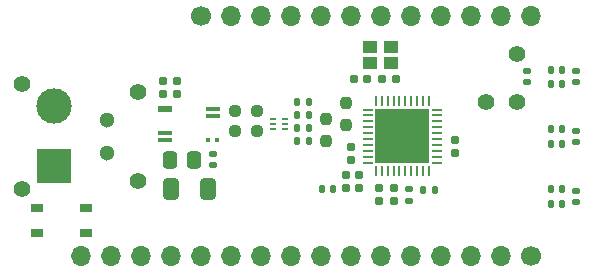
<source format=gbr>
%TF.GenerationSoftware,KiCad,Pcbnew,7.0.7*%
%TF.CreationDate,2023-08-17T11:34:17-04:00*%
%TF.ProjectId,adin1110-featherwing,6164696e-3131-4313-902d-666561746865,rev?*%
%TF.SameCoordinates,Original*%
%TF.FileFunction,Soldermask,Top*%
%TF.FilePolarity,Negative*%
%FSLAX46Y46*%
G04 Gerber Fmt 4.6, Leading zero omitted, Abs format (unit mm)*
G04 Created by KiCad (PCBNEW 7.0.7) date 2023-08-17 11:34:17*
%MOMM*%
%LPD*%
G01*
G04 APERTURE LIST*
G04 Aperture macros list*
%AMRoundRect*
0 Rectangle with rounded corners*
0 $1 Rounding radius*
0 $2 $3 $4 $5 $6 $7 $8 $9 X,Y pos of 4 corners*
0 Add a 4 corners polygon primitive as box body*
4,1,4,$2,$3,$4,$5,$6,$7,$8,$9,$2,$3,0*
0 Add four circle primitives for the rounded corners*
1,1,$1+$1,$2,$3*
1,1,$1+$1,$4,$5*
1,1,$1+$1,$6,$7*
1,1,$1+$1,$8,$9*
0 Add four rect primitives between the rounded corners*
20,1,$1+$1,$2,$3,$4,$5,0*
20,1,$1+$1,$4,$5,$6,$7,0*
20,1,$1+$1,$6,$7,$8,$9,0*
20,1,$1+$1,$8,$9,$2,$3,0*%
G04 Aperture macros list end*
%ADD10C,1.400000*%
%ADD11RoundRect,0.155000X-0.212500X-0.155000X0.212500X-0.155000X0.212500X0.155000X-0.212500X0.155000X0*%
%ADD12RoundRect,0.237500X0.250000X0.237500X-0.250000X0.237500X-0.250000X-0.237500X0.250000X-0.237500X0*%
%ADD13R,3.000000X3.000000*%
%ADD14C,3.000000*%
%ADD15RoundRect,0.147500X0.147500X0.172500X-0.147500X0.172500X-0.147500X-0.172500X0.147500X-0.172500X0*%
%ADD16RoundRect,0.250000X0.337500X0.475000X-0.337500X0.475000X-0.337500X-0.475000X0.337500X-0.475000X0*%
%ADD17R,1.050000X0.650000*%
%ADD18C,1.300000*%
%ADD19RoundRect,0.147500X0.172500X-0.147500X0.172500X0.147500X-0.172500X0.147500X-0.172500X-0.147500X0*%
%ADD20R,0.600000X0.200000*%
%ADD21RoundRect,0.147500X-0.147500X-0.172500X0.147500X-0.172500X0.147500X0.172500X-0.147500X0.172500X0*%
%ADD22RoundRect,0.147500X-0.172500X0.147500X-0.172500X-0.147500X0.172500X-0.147500X0.172500X0.147500X0*%
%ADD23RoundRect,0.237500X-0.237500X0.250000X-0.237500X-0.250000X0.237500X-0.250000X0.237500X0.250000X0*%
%ADD24R,1.150000X1.000000*%
%ADD25R,1.200000X0.410000*%
%ADD26R,0.420000X0.410000*%
%ADD27R,0.400000X0.410000*%
%ADD28R,1.200000X0.500000*%
%ADD29RoundRect,0.155000X0.155000X-0.212500X0.155000X0.212500X-0.155000X0.212500X-0.155000X-0.212500X0*%
%ADD30RoundRect,0.062500X-0.062500X0.350000X-0.062500X-0.350000X0.062500X-0.350000X0.062500X0.350000X0*%
%ADD31RoundRect,0.062500X-0.350000X0.062500X-0.350000X-0.062500X0.350000X-0.062500X0.350000X0.062500X0*%
%ADD32R,4.600000X4.600000*%
%ADD33RoundRect,0.155000X0.212500X0.155000X-0.212500X0.155000X-0.212500X-0.155000X0.212500X-0.155000X0*%
%ADD34RoundRect,0.250000X-0.412500X-0.650000X0.412500X-0.650000X0.412500X0.650000X-0.412500X0.650000X0*%
%ADD35C,1.700000*%
%ADD36O,1.700000X1.700000*%
G04 APERTURE END LIST*
D10*
%TO.C,TP4*%
X175310800Y-85750400D03*
%TD*%
%TO.C,TP2*%
X175310800Y-89814400D03*
%TD*%
%TO.C,TP3*%
X172720000Y-89814400D03*
%TD*%
D11*
%TO.C,C5*%
X161509900Y-87858600D03*
X162644900Y-87858600D03*
%TD*%
D12*
%TO.C,C9*%
X153287100Y-90551000D03*
X151462100Y-90551000D03*
%TD*%
D13*
%TO.C,J3*%
X136085000Y-95250000D03*
D14*
X136085000Y-90170000D03*
%TD*%
D15*
%TO.C,R17*%
X179148600Y-88239600D03*
X178178600Y-88239600D03*
%TD*%
D16*
%TO.C,C12*%
X147976500Y-94676600D03*
X145901500Y-94676600D03*
%TD*%
D17*
%TO.C,SW2*%
X138828600Y-100922400D03*
X134678600Y-100922400D03*
X138828600Y-98772400D03*
X134703600Y-98772400D03*
%TD*%
D18*
%TO.C,J4*%
X140589000Y-94110000D03*
X140589000Y-91310000D03*
D10*
X133439000Y-88260000D03*
X133439000Y-97160000D03*
X143189000Y-88910000D03*
X143189000Y-96510000D03*
%TD*%
D19*
%TO.C,U3*%
X180340000Y-93195000D03*
X180340000Y-92225000D03*
%TD*%
%TO.C,R3*%
X166141400Y-98148000D03*
X166141400Y-97178000D03*
%TD*%
%TO.C,U5*%
X180340000Y-88115000D03*
X180340000Y-87145000D03*
%TD*%
D15*
%TO.C,R5*%
X157660200Y-90881200D03*
X156690200Y-90881200D03*
%TD*%
%TO.C,R9*%
X179148600Y-93318701D03*
X178178600Y-93318701D03*
%TD*%
D19*
%TO.C,R21*%
X176149000Y-88140400D03*
X176149000Y-87170400D03*
%TD*%
D20*
%TO.C,U2*%
X154693600Y-91243600D03*
X154693600Y-91643600D03*
X154693600Y-92043600D03*
X155643600Y-92043600D03*
X155643600Y-91643600D03*
X155643600Y-91243600D03*
%TD*%
D21*
%TO.C,R11*%
X178178600Y-97179501D03*
X179148600Y-97179501D03*
%TD*%
D12*
%TO.C,C10*%
X153287100Y-92278200D03*
X151462100Y-92278200D03*
%TD*%
D22*
%TO.C,R12*%
X149580600Y-94178400D03*
X149580600Y-95148400D03*
%TD*%
D23*
%TO.C,R2*%
X159105600Y-91238700D03*
X159105600Y-93063700D03*
%TD*%
D21*
%TO.C,R20*%
X167358200Y-97205800D03*
X168328200Y-97205800D03*
%TD*%
D24*
%TO.C,Y1*%
X164603400Y-85101200D03*
X162853400Y-85101200D03*
X162853400Y-86501200D03*
X164603400Y-86501200D03*
%TD*%
D25*
%TO.C,T1*%
X149536600Y-90346400D03*
X149536600Y-90996400D03*
D26*
X149926600Y-93046400D03*
D27*
X149136600Y-93046400D03*
D28*
X145536600Y-90391400D03*
D25*
X145536600Y-92396400D03*
X145536600Y-93046400D03*
%TD*%
D29*
%TO.C,C8*%
X160858200Y-97112900D03*
X160858200Y-95977900D03*
%TD*%
D21*
%TO.C,R7*%
X156690200Y-93116400D03*
X157660200Y-93116400D03*
%TD*%
D15*
%TO.C,R19*%
X159743000Y-97129600D03*
X158773000Y-97129600D03*
%TD*%
D30*
%TO.C,U1*%
X167860400Y-89747100D03*
X167360400Y-89747100D03*
X166860400Y-89747100D03*
X166360400Y-89747100D03*
X165860400Y-89747100D03*
X165360400Y-89747100D03*
X164860400Y-89747100D03*
X164360400Y-89747100D03*
X163860400Y-89747100D03*
X163360400Y-89747100D03*
D31*
X162672900Y-90434600D03*
X162672900Y-90934600D03*
X162672900Y-91434600D03*
X162672900Y-91934600D03*
X162672900Y-92434600D03*
X162672900Y-92934600D03*
X162672900Y-93434600D03*
X162672900Y-93934600D03*
X162672900Y-94434600D03*
X162672900Y-94934600D03*
D30*
X163360400Y-95622100D03*
X163860400Y-95622100D03*
X164360400Y-95622100D03*
X164860400Y-95622100D03*
X165360400Y-95622100D03*
X165860400Y-95622100D03*
X166360400Y-95622100D03*
X166860400Y-95622100D03*
X167360400Y-95622100D03*
X167860400Y-95622100D03*
D31*
X168547900Y-94934600D03*
X168547900Y-94434600D03*
X168547900Y-93934600D03*
X168547900Y-93434600D03*
X168547900Y-92934600D03*
X168547900Y-92434600D03*
X168547900Y-91934600D03*
X168547900Y-91434600D03*
X168547900Y-90934600D03*
X168547900Y-90434600D03*
D32*
X165610400Y-92684600D03*
%TD*%
D29*
%TO.C,C2*%
X170053000Y-94107000D03*
X170053000Y-92972000D03*
%TD*%
%TO.C,C1*%
X161264600Y-94725300D03*
X161264600Y-93590300D03*
%TD*%
D11*
%TO.C,C4*%
X163897500Y-87858600D03*
X165032500Y-87858600D03*
%TD*%
D33*
%TO.C,C11*%
X146490500Y-89154000D03*
X145355500Y-89154000D03*
%TD*%
D19*
%TO.C,U4*%
X180340000Y-98275000D03*
X180340000Y-97305000D03*
%TD*%
D34*
%TO.C,C13*%
X145986100Y-97155000D03*
X149111100Y-97155000D03*
%TD*%
D29*
%TO.C,C6*%
X164871400Y-98205100D03*
X164871400Y-97070100D03*
%TD*%
D35*
%TO.C,J2*%
X148590000Y-82550000D03*
D36*
X151130000Y-82550000D03*
X153670000Y-82550000D03*
X156210000Y-82550000D03*
X158750000Y-82550000D03*
X161290000Y-82550000D03*
X163830000Y-82550000D03*
X166370000Y-82550000D03*
X168910000Y-82550000D03*
X171450000Y-82550000D03*
X173990000Y-82550000D03*
X176530000Y-82550000D03*
%TD*%
D23*
%TO.C,R1*%
X160832800Y-89917900D03*
X160832800Y-91742900D03*
%TD*%
D21*
%TO.C,R8*%
X178178600Y-92099501D03*
X179148600Y-92099501D03*
%TD*%
D29*
%TO.C,C3*%
X163601400Y-98205100D03*
X163601400Y-97070100D03*
%TD*%
D15*
%TO.C,R6*%
X157660200Y-91998800D03*
X156690200Y-91998800D03*
%TD*%
D35*
%TO.C,J1*%
X176530000Y-102870000D03*
D36*
X173990000Y-102870000D03*
X171450000Y-102870000D03*
X168910000Y-102870000D03*
X166370000Y-102870000D03*
X163830000Y-102870000D03*
X161290000Y-102870000D03*
X158750000Y-102870000D03*
X156210000Y-102870000D03*
X153670000Y-102870000D03*
X151130000Y-102870000D03*
X148590000Y-102870000D03*
X146050000Y-102870000D03*
X143510000Y-102870000D03*
X140970000Y-102870000D03*
X138430000Y-102870000D03*
%TD*%
D15*
%TO.C,R14*%
X179148600Y-98449501D03*
X178178600Y-98449501D03*
%TD*%
D33*
%TO.C,C14*%
X146490500Y-88011000D03*
X145355500Y-88011000D03*
%TD*%
D29*
%TO.C,C7*%
X161925000Y-97112900D03*
X161925000Y-95977900D03*
%TD*%
D21*
%TO.C,R4*%
X156690200Y-89814400D03*
X157660200Y-89814400D03*
%TD*%
%TO.C,R15*%
X178178600Y-87071200D03*
X179148600Y-87071200D03*
%TD*%
M02*

</source>
